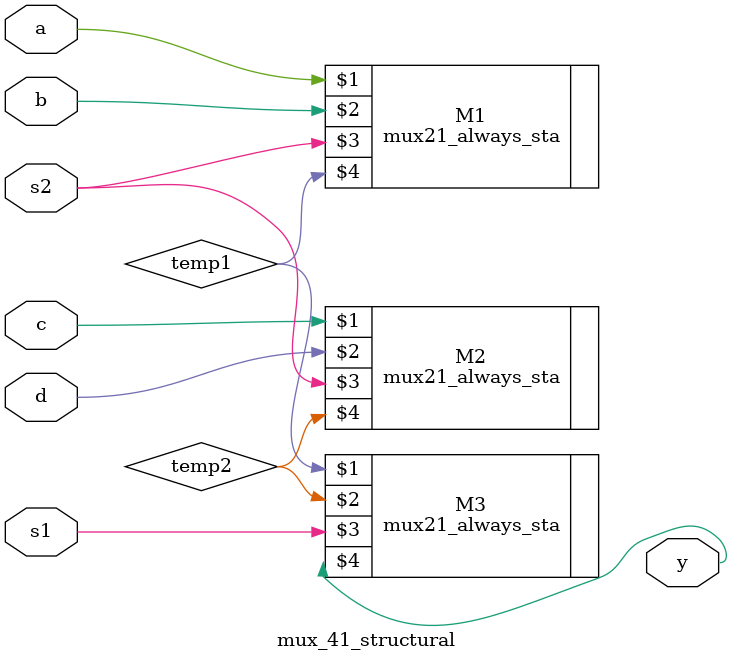
<source format=v>
module mux_41_structural(a,b,c,d,s1,s2,y);
    input a,b,c,d;
    input s1,s2;
    output y;
    wire temp1, temp2 ;


mux21_always_sta M1(a,b,s2,temp1);
mux21_always_sta M2(c,d,s2,temp2);
mux21_always_sta M3(temp1,temp2,s1,y);


endmodule

</source>
